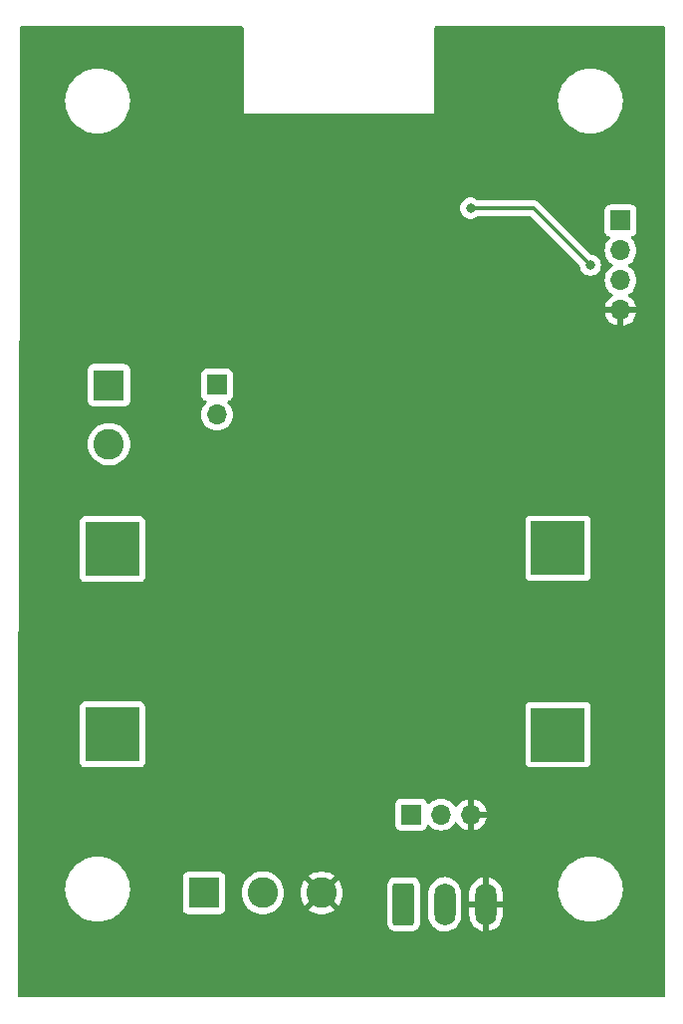
<source format=gbl>
%TF.GenerationSoftware,KiCad,Pcbnew,7.0.7*%
%TF.CreationDate,2023-11-07T14:59:35-07:00*%
%TF.ProjectId,RatGDO-OpenSource-Bare-ESP8266,52617447-444f-42d4-9f70-656e536f7572,rev?*%
%TF.SameCoordinates,Original*%
%TF.FileFunction,Copper,L2,Bot*%
%TF.FilePolarity,Positive*%
%FSLAX46Y46*%
G04 Gerber Fmt 4.6, Leading zero omitted, Abs format (unit mm)*
G04 Created by KiCad (PCBNEW 7.0.7) date 2023-11-07 14:59:35*
%MOMM*%
%LPD*%
G01*
G04 APERTURE LIST*
G04 Aperture macros list*
%AMRoundRect*
0 Rectangle with rounded corners*
0 $1 Rounding radius*
0 $2 $3 $4 $5 $6 $7 $8 $9 X,Y pos of 4 corners*
0 Add a 4 corners polygon primitive as box body*
4,1,4,$2,$3,$4,$5,$6,$7,$8,$9,$2,$3,0*
0 Add four circle primitives for the rounded corners*
1,1,$1+$1,$2,$3*
1,1,$1+$1,$4,$5*
1,1,$1+$1,$6,$7*
1,1,$1+$1,$8,$9*
0 Add four rect primitives between the rounded corners*
20,1,$1+$1,$2,$3,$4,$5,0*
20,1,$1+$1,$4,$5,$6,$7,0*
20,1,$1+$1,$6,$7,$8,$9,0*
20,1,$1+$1,$8,$9,$2,$3,0*%
G04 Aperture macros list end*
%TA.AperFunction,ComponentPad*%
%ADD10R,1.700000X1.700000*%
%TD*%
%TA.AperFunction,ComponentPad*%
%ADD11O,1.700000X1.700000*%
%TD*%
%TA.AperFunction,ComponentPad*%
%ADD12R,4.572000X4.572000*%
%TD*%
%TA.AperFunction,ComponentPad*%
%ADD13C,2.600000*%
%TD*%
%TA.AperFunction,ComponentPad*%
%ADD14R,2.600000X2.600000*%
%TD*%
%TA.AperFunction,ComponentPad*%
%ADD15O,1.800000X3.600000*%
%TD*%
%TA.AperFunction,ComponentPad*%
%ADD16RoundRect,0.250000X-0.650000X-1.550000X0.650000X-1.550000X0.650000X1.550000X-0.650000X1.550000X0*%
%TD*%
%TA.AperFunction,ViaPad*%
%ADD17C,0.800000*%
%TD*%
%TA.AperFunction,Conductor*%
%ADD18C,0.350000*%
%TD*%
G04 APERTURE END LIST*
D10*
%TO.P,J6,1,Pin_1*%
%TO.N,+3.3V*%
X130810000Y-87630000D03*
D11*
%TO.P,J6,2,Pin_2*%
%TO.N,Net-(J5-+3.3V)*%
X130810000Y-90170000D03*
%TD*%
D12*
%TO.P,U2,4,-OUT*%
%TO.N,Net-(J5-+3.3V)*%
X159802372Y-117369206D03*
%TO.P,U2,3,+OUT*%
X159802372Y-101531072D03*
%TO.P,U2,2,-IN*%
%TO.N,+12V*%
X121920000Y-117348000D03*
%TO.P,U2,1,+IN*%
X121920000Y-101600000D03*
%TD*%
D13*
%TO.P,J5,2,+3.3V*%
%TO.N,Net-(J5-+3.3V)*%
X121615000Y-92670000D03*
D14*
%TO.P,J5,1,+12V*%
%TO.N,+12V*%
X121615000Y-87670000D03*
%TD*%
D10*
%TO.P,J4,1,Pin_1*%
%TO.N,Net-(J4-Pin_1)*%
X165125000Y-73670000D03*
D11*
%TO.P,J4,2,Pin_2*%
%TO.N,Net-(J4-Pin_2)*%
X165125000Y-76210000D03*
%TO.P,J4,3,Pin_3*%
%TO.N,Net-(J4-Pin_3)*%
X165125000Y-78750000D03*
%TO.P,J4,4,Pin_4*%
%TO.N,GND*%
X165125000Y-81290000D03*
%TD*%
%TO.P,J3,3,Pin_3*%
%TO.N,GND*%
X152400000Y-124155000D03*
%TO.P,J3,2,Pin_2*%
%TO.N,Net-(J1-RED{slash}CTRL)*%
X149860000Y-124155000D03*
D10*
%TO.P,J3,1,Pin_1*%
%TO.N,Net-(J1-BLK{slash}OBST)*%
X147320000Y-124155000D03*
%TD*%
D15*
%TO.P,J2,3,Pin_3*%
%TO.N,GND*%
X153670000Y-131775000D03*
%TO.P,J2,2,Pin_2*%
%TO.N,Net-(J1-RED{slash}CTRL)*%
X150170000Y-131775000D03*
D16*
%TO.P,J2,1,Pin_1*%
%TO.N,Net-(J1-BLK{slash}OBST)*%
X146670000Y-131775000D03*
%TD*%
D13*
%TO.P,J1,3,WHT/GND*%
%TO.N,GND*%
X139700000Y-130810000D03*
%TO.P,J1,2,RED/CTRL*%
%TO.N,Net-(J1-RED{slash}CTRL)*%
X134700000Y-130810000D03*
D14*
%TO.P,J1,1,BLK/OBST*%
%TO.N,Net-(J1-BLK{slash}OBST)*%
X129700000Y-130810000D03*
%TD*%
D17*
%TO.N,GND*%
X153641871Y-71148129D03*
X129540000Y-81280000D03*
X151130000Y-80010000D03*
%TO.N,Net-(J4-Pin_3)*%
X152377435Y-72613392D03*
X162560000Y-77470000D03*
%TO.N,GND*%
X165100000Y-97790000D03*
%TD*%
D18*
%TO.N,Net-(J4-Pin_3)*%
X152377435Y-72613392D02*
X157703392Y-72613392D01*
X157703392Y-72613392D02*
X162560000Y-77470000D01*
%TD*%
%TA.AperFunction,Conductor*%
%TO.N,GND*%
G36*
X133000198Y-57170185D02*
G01*
X133045953Y-57222989D01*
X133057159Y-57274500D01*
X133057159Y-64588892D01*
X149297159Y-64588892D01*
X149297159Y-63500000D01*
X159804473Y-63500000D01*
X159824563Y-63832136D01*
X159824563Y-63832141D01*
X159824564Y-63832142D01*
X159884544Y-64159441D01*
X159884545Y-64159445D01*
X159884546Y-64159449D01*
X159983530Y-64477104D01*
X159983534Y-64477116D01*
X159983537Y-64477123D01*
X160120102Y-64780557D01*
X160292246Y-65065318D01*
X160292251Y-65065326D01*
X160497460Y-65327255D01*
X160732744Y-65562539D01*
X160994673Y-65767748D01*
X160994678Y-65767751D01*
X160994682Y-65767754D01*
X161279443Y-65939898D01*
X161582877Y-66076463D01*
X161582890Y-66076467D01*
X161582895Y-66076469D01*
X161794665Y-66142458D01*
X161900559Y-66175456D01*
X162227858Y-66235436D01*
X162405740Y-66246196D01*
X162476892Y-66250500D01*
X162476894Y-66250500D01*
X162643108Y-66250500D01*
X162705364Y-66246734D01*
X162892142Y-66235436D01*
X163219441Y-66175456D01*
X163537123Y-66076463D01*
X163840557Y-65939898D01*
X164125318Y-65767754D01*
X164387252Y-65562542D01*
X164622542Y-65327252D01*
X164827754Y-65065318D01*
X164999898Y-64780557D01*
X165136463Y-64477123D01*
X165235456Y-64159441D01*
X165295436Y-63832142D01*
X165315527Y-63500000D01*
X165295436Y-63167858D01*
X165235456Y-62840559D01*
X165136463Y-62522877D01*
X164999898Y-62219443D01*
X164827754Y-61934682D01*
X164827751Y-61934678D01*
X164827748Y-61934673D01*
X164622539Y-61672744D01*
X164387255Y-61437460D01*
X164125326Y-61232251D01*
X164125318Y-61232246D01*
X163840557Y-61060102D01*
X163537123Y-60923537D01*
X163537116Y-60923534D01*
X163537104Y-60923530D01*
X163219449Y-60824546D01*
X163219445Y-60824545D01*
X163219441Y-60824544D01*
X162892142Y-60764564D01*
X162892141Y-60764563D01*
X162892136Y-60764563D01*
X162643108Y-60749500D01*
X162643106Y-60749500D01*
X162476894Y-60749500D01*
X162476892Y-60749500D01*
X162227863Y-60764563D01*
X162227857Y-60764564D01*
X162227858Y-60764564D01*
X161900559Y-60824544D01*
X161900556Y-60824544D01*
X161900550Y-60824546D01*
X161582895Y-60923530D01*
X161582879Y-60923536D01*
X161582877Y-60923537D01*
X161389656Y-61010498D01*
X161279447Y-61060100D01*
X161279445Y-61060101D01*
X160994673Y-61232251D01*
X160732744Y-61437460D01*
X160497460Y-61672744D01*
X160292251Y-61934673D01*
X160120101Y-62219445D01*
X160120100Y-62219447D01*
X159983536Y-62522880D01*
X159983530Y-62522895D01*
X159884546Y-62840550D01*
X159824563Y-63167863D01*
X159804473Y-63500000D01*
X149297159Y-63500000D01*
X149297159Y-57274500D01*
X149316844Y-57207461D01*
X149369648Y-57161706D01*
X149421159Y-57150500D01*
X168785500Y-57150500D01*
X168852539Y-57170185D01*
X168898294Y-57222989D01*
X168909500Y-57274500D01*
X168909500Y-139576029D01*
X168889815Y-139643068D01*
X168837011Y-139688823D01*
X168785529Y-139700029D01*
X114034528Y-139712978D01*
X113967484Y-139693309D01*
X113921717Y-139640516D01*
X113910500Y-139588982D01*
X113910500Y-133375001D01*
X145269500Y-133375001D01*
X145269501Y-133375018D01*
X145280000Y-133477796D01*
X145280001Y-133477799D01*
X145335185Y-133644331D01*
X145335186Y-133644334D01*
X145427288Y-133793656D01*
X145551344Y-133917712D01*
X145700666Y-134009814D01*
X145867203Y-134064999D01*
X145969991Y-134075500D01*
X147370008Y-134075499D01*
X147472797Y-134064999D01*
X147639334Y-134009814D01*
X147788656Y-133917712D01*
X147912712Y-133793656D01*
X148004814Y-133644334D01*
X148059999Y-133477797D01*
X148070500Y-133375009D01*
X148070500Y-132734502D01*
X148769500Y-132734502D01*
X148784652Y-132912536D01*
X148844724Y-133143248D01*
X148942919Y-133360480D01*
X148942924Y-133360488D01*
X149076413Y-133557993D01*
X149076418Y-133557998D01*
X149076421Y-133558003D01*
X149241379Y-133730118D01*
X149433053Y-133871879D01*
X149645926Y-133979207D01*
X149873877Y-134049016D01*
X150110346Y-134079298D01*
X150348532Y-134069180D01*
X150581581Y-134018954D01*
X150802790Y-133930064D01*
X151005795Y-133805069D01*
X151184755Y-133647564D01*
X151334523Y-133462080D01*
X151450790Y-133253954D01*
X151530211Y-133029171D01*
X151550224Y-132912453D01*
X151570499Y-132794209D01*
X151570500Y-132794198D01*
X151570500Y-132734478D01*
X152270000Y-132734478D01*
X152285147Y-132912450D01*
X152285148Y-132912453D01*
X152345197Y-133143078D01*
X152443360Y-133360241D01*
X152443362Y-133360244D01*
X152576812Y-133557688D01*
X152576814Y-133557690D01*
X152741706Y-133729736D01*
X152933316Y-133871450D01*
X153146115Y-133978741D01*
X153373987Y-134048526D01*
X153373985Y-134048526D01*
X153420000Y-134054418D01*
X153420000Y-132488658D01*
X153439685Y-132421619D01*
X153492489Y-132375864D01*
X153560184Y-132365719D01*
X153630677Y-132375000D01*
X153630684Y-132375000D01*
X153709316Y-132375000D01*
X153709323Y-132375000D01*
X153779815Y-132365719D01*
X153848849Y-132376484D01*
X153901105Y-132422864D01*
X153920000Y-132488658D01*
X153920000Y-134053264D01*
X154081434Y-134018473D01*
X154302562Y-133929616D01*
X154505494Y-133804666D01*
X154684389Y-133647219D01*
X154684396Y-133647213D01*
X154834102Y-133461805D01*
X154834109Y-133461795D01*
X154950331Y-133253751D01*
X155029722Y-133029052D01*
X155029726Y-133029038D01*
X155069999Y-132794167D01*
X155070000Y-132794156D01*
X155070000Y-132025000D01*
X154383658Y-132025000D01*
X154316619Y-132005315D01*
X154270864Y-131952511D01*
X154260719Y-131884816D01*
X154275177Y-131775000D01*
X154260719Y-131665183D01*
X154271484Y-131596151D01*
X154317864Y-131543895D01*
X154383658Y-131525000D01*
X155070000Y-131525000D01*
X155070000Y-130815522D01*
X155054852Y-130637549D01*
X155054851Y-130637546D01*
X155020339Y-130505000D01*
X159804473Y-130505000D01*
X159824563Y-130837136D01*
X159824563Y-130837141D01*
X159824564Y-130837142D01*
X159884544Y-131164441D01*
X159884545Y-131164445D01*
X159884546Y-131164449D01*
X159983530Y-131482104D01*
X159983534Y-131482116D01*
X159983537Y-131482123D01*
X160120102Y-131785557D01*
X160272763Y-132038089D01*
X160292251Y-132070326D01*
X160497460Y-132332255D01*
X160732744Y-132567539D01*
X160994673Y-132772748D01*
X160994678Y-132772751D01*
X160994682Y-132772754D01*
X161279443Y-132944898D01*
X161582877Y-133081463D01*
X161582890Y-133081467D01*
X161582895Y-133081469D01*
X161780608Y-133143078D01*
X161900559Y-133180456D01*
X162227858Y-133240436D01*
X162405740Y-133251196D01*
X162476892Y-133255500D01*
X162476894Y-133255500D01*
X162643108Y-133255500D01*
X162705365Y-133251734D01*
X162892142Y-133240436D01*
X163219441Y-133180456D01*
X163537123Y-133081463D01*
X163840557Y-132944898D01*
X164125318Y-132772754D01*
X164174150Y-132734497D01*
X164332421Y-132610499D01*
X164387252Y-132567542D01*
X164622542Y-132332252D01*
X164822058Y-132077589D01*
X164827748Y-132070326D01*
X164827748Y-132070324D01*
X164827754Y-132070318D01*
X164999898Y-131785557D01*
X165136463Y-131482123D01*
X165235456Y-131164441D01*
X165295436Y-130837142D01*
X165315527Y-130505000D01*
X165295436Y-130172858D01*
X165235456Y-129845559D01*
X165153302Y-129581915D01*
X165136469Y-129527895D01*
X165136467Y-129527890D01*
X165136463Y-129527877D01*
X164999898Y-129224443D01*
X164827754Y-128939682D01*
X164827751Y-128939678D01*
X164827748Y-128939673D01*
X164622539Y-128677744D01*
X164387255Y-128442460D01*
X164125326Y-128237251D01*
X164125318Y-128237246D01*
X163840557Y-128065102D01*
X163537123Y-127928537D01*
X163537116Y-127928534D01*
X163537104Y-127928530D01*
X163219449Y-127829546D01*
X163219445Y-127829545D01*
X163219441Y-127829544D01*
X162892142Y-127769564D01*
X162892141Y-127769563D01*
X162892136Y-127769563D01*
X162643108Y-127754500D01*
X162643106Y-127754500D01*
X162476894Y-127754500D01*
X162476892Y-127754500D01*
X162227863Y-127769563D01*
X162227857Y-127769564D01*
X162227858Y-127769564D01*
X161900559Y-127829544D01*
X161900556Y-127829544D01*
X161900550Y-127829546D01*
X161582895Y-127928530D01*
X161582879Y-127928536D01*
X161582877Y-127928537D01*
X161389656Y-128015498D01*
X161279447Y-128065100D01*
X161279445Y-128065101D01*
X160994673Y-128237251D01*
X160732744Y-128442460D01*
X160497460Y-128677744D01*
X160292251Y-128939673D01*
X160120101Y-129224445D01*
X160120100Y-129224447D01*
X160070498Y-129334656D01*
X159997554Y-129496734D01*
X159983536Y-129527880D01*
X159983530Y-129527895D01*
X159884546Y-129845550D01*
X159884544Y-129845556D01*
X159884544Y-129845559D01*
X159839838Y-130089513D01*
X159824563Y-130172863D01*
X159804473Y-130505000D01*
X155020339Y-130505000D01*
X154994802Y-130406921D01*
X154896639Y-130189758D01*
X154896637Y-130189755D01*
X154763187Y-129992311D01*
X154763185Y-129992309D01*
X154598293Y-129820263D01*
X154406683Y-129678549D01*
X154193884Y-129571257D01*
X153966020Y-129501475D01*
X153919999Y-129495581D01*
X153920000Y-131061341D01*
X153900315Y-131128380D01*
X153847511Y-131174135D01*
X153779815Y-131184280D01*
X153709333Y-131175001D01*
X153709328Y-131175000D01*
X153709323Y-131175000D01*
X153630677Y-131175000D01*
X153630671Y-131175000D01*
X153630666Y-131175001D01*
X153560185Y-131184280D01*
X153491150Y-131173514D01*
X153438894Y-131127134D01*
X153420000Y-131061341D01*
X153420000Y-129496734D01*
X153419999Y-129496734D01*
X153258566Y-129531525D01*
X153037437Y-129620383D01*
X152834505Y-129745333D01*
X152655610Y-129902780D01*
X152655603Y-129902786D01*
X152505897Y-130088194D01*
X152505890Y-130088204D01*
X152389668Y-130296248D01*
X152310277Y-130520947D01*
X152310273Y-130520961D01*
X152270000Y-130755832D01*
X152270000Y-131525000D01*
X152956342Y-131525000D01*
X153023381Y-131544685D01*
X153069136Y-131597489D01*
X153079280Y-131665183D01*
X153064823Y-131775000D01*
X153079280Y-131884816D01*
X153068516Y-131953849D01*
X153022136Y-132006105D01*
X152956342Y-132025000D01*
X152270000Y-132025000D01*
X152270000Y-132734478D01*
X151570500Y-132734478D01*
X151570500Y-130815498D01*
X151555347Y-130637463D01*
X151495275Y-130406751D01*
X151397080Y-130189519D01*
X151397075Y-130189511D01*
X151263586Y-129992006D01*
X151263582Y-129992001D01*
X151263579Y-129991997D01*
X151098621Y-129819882D01*
X151062517Y-129793180D01*
X150997824Y-129745333D01*
X150906947Y-129678121D01*
X150694074Y-129570793D01*
X150553948Y-129527880D01*
X150466121Y-129500983D01*
X150229647Y-129470701D01*
X149991471Y-129480819D01*
X149991467Y-129480819D01*
X149758419Y-129531045D01*
X149537211Y-129619935D01*
X149334203Y-129744932D01*
X149155245Y-129902435D01*
X149082676Y-129992311D01*
X149005477Y-130087920D01*
X149002521Y-130093212D01*
X148889210Y-130296044D01*
X148809788Y-130520829D01*
X148769500Y-130755790D01*
X148769500Y-132734502D01*
X148070500Y-132734502D01*
X148070499Y-130174992D01*
X148061632Y-130088194D01*
X148059999Y-130072203D01*
X148059998Y-130072200D01*
X148044960Y-130026818D01*
X148004814Y-129905666D01*
X147912712Y-129756344D01*
X147788656Y-129632288D01*
X147639334Y-129540186D01*
X147472797Y-129485001D01*
X147472795Y-129485000D01*
X147370010Y-129474500D01*
X145969998Y-129474500D01*
X145969981Y-129474501D01*
X145867203Y-129485000D01*
X145867200Y-129485001D01*
X145700668Y-129540185D01*
X145700663Y-129540187D01*
X145551342Y-129632289D01*
X145427289Y-129756342D01*
X145335187Y-129905663D01*
X145335185Y-129905666D01*
X145335186Y-129905666D01*
X145280001Y-130072203D01*
X145280001Y-130072204D01*
X145280000Y-130072204D01*
X145269500Y-130174983D01*
X145269500Y-133375001D01*
X113910500Y-133375001D01*
X113910500Y-130505000D01*
X117894473Y-130505000D01*
X117914563Y-130837136D01*
X117914563Y-130837141D01*
X117914564Y-130837142D01*
X117974544Y-131164441D01*
X117974545Y-131164445D01*
X117974546Y-131164449D01*
X118073530Y-131482104D01*
X118073534Y-131482116D01*
X118073537Y-131482123D01*
X118210102Y-131785557D01*
X118362763Y-132038089D01*
X118382251Y-132070326D01*
X118587460Y-132332255D01*
X118822744Y-132567539D01*
X119084673Y-132772748D01*
X119084678Y-132772751D01*
X119084682Y-132772754D01*
X119369443Y-132944898D01*
X119672877Y-133081463D01*
X119672890Y-133081467D01*
X119672895Y-133081469D01*
X119870608Y-133143078D01*
X119990559Y-133180456D01*
X120317858Y-133240436D01*
X120495740Y-133251196D01*
X120566892Y-133255500D01*
X120566894Y-133255500D01*
X120733108Y-133255500D01*
X120795364Y-133251734D01*
X120982142Y-133240436D01*
X121309441Y-133180456D01*
X121627123Y-133081463D01*
X121930557Y-132944898D01*
X122215318Y-132772754D01*
X122264150Y-132734497D01*
X122422421Y-132610499D01*
X122477252Y-132567542D01*
X122712542Y-132332252D01*
X122849162Y-132157870D01*
X127899500Y-132157870D01*
X127899501Y-132157876D01*
X127905908Y-132217483D01*
X127956202Y-132352328D01*
X127956206Y-132352335D01*
X128042452Y-132467544D01*
X128042455Y-132467547D01*
X128157664Y-132553793D01*
X128157671Y-132553797D01*
X128292517Y-132604091D01*
X128292516Y-132604091D01*
X128299444Y-132604835D01*
X128352127Y-132610500D01*
X131047872Y-132610499D01*
X131107483Y-132604091D01*
X131242331Y-132553796D01*
X131357546Y-132467546D01*
X131443796Y-132352331D01*
X131494091Y-132217483D01*
X131500500Y-132157873D01*
X131500500Y-130810004D01*
X132894451Y-130810004D01*
X132914616Y-131079101D01*
X132974664Y-131342188D01*
X132974666Y-131342195D01*
X133025772Y-131472411D01*
X133073257Y-131593398D01*
X133208185Y-131827102D01*
X133308196Y-131952511D01*
X133376442Y-132038089D01*
X133554094Y-132202925D01*
X133574259Y-132221635D01*
X133797226Y-132373651D01*
X134040359Y-132490738D01*
X134298228Y-132570280D01*
X134298229Y-132570280D01*
X134298232Y-132570281D01*
X134565063Y-132610499D01*
X134565068Y-132610499D01*
X134565071Y-132610500D01*
X134565072Y-132610500D01*
X134834928Y-132610500D01*
X134834929Y-132610500D01*
X134834936Y-132610499D01*
X135101767Y-132570281D01*
X135101768Y-132570280D01*
X135101772Y-132570280D01*
X135359641Y-132490738D01*
X135602775Y-132373651D01*
X135825741Y-132221635D01*
X135980987Y-132077588D01*
X136023557Y-132038089D01*
X136023557Y-132038087D01*
X136023561Y-132038085D01*
X136191815Y-131827102D01*
X136326743Y-131593398D01*
X136425334Y-131342195D01*
X136485383Y-131079103D01*
X136503515Y-130837142D01*
X136505549Y-130810004D01*
X137894953Y-130810004D01*
X137915113Y-131079026D01*
X137915113Y-131079028D01*
X137975142Y-131342033D01*
X137975148Y-131342052D01*
X138073709Y-131593181D01*
X138073708Y-131593181D01*
X138208602Y-131826822D01*
X138262294Y-131894151D01*
X138982331Y-131174114D01*
X139043654Y-131140629D01*
X139113345Y-131145613D01*
X139169279Y-131187485D01*
X139174707Y-131195350D01*
X139195187Y-131227620D01*
X139195188Y-131227621D01*
X139314904Y-131340041D01*
X139318266Y-131342484D01*
X139320264Y-131345074D01*
X139320590Y-131345381D01*
X139320540Y-131345433D01*
X139360934Y-131397812D01*
X139366915Y-131467425D01*
X139334311Y-131529221D01*
X139333065Y-131530485D01*
X138614848Y-132248702D01*
X138797483Y-132373220D01*
X138797485Y-132373221D01*
X139040539Y-132490269D01*
X139040537Y-132490269D01*
X139298337Y-132569790D01*
X139298343Y-132569792D01*
X139565101Y-132609999D01*
X139565110Y-132610000D01*
X139834890Y-132610000D01*
X139834898Y-132609999D01*
X140101656Y-132569792D01*
X140101662Y-132569790D01*
X140359461Y-132490269D01*
X140602521Y-132373218D01*
X140785150Y-132248702D01*
X140063234Y-131526787D01*
X140029749Y-131465464D01*
X140034733Y-131395773D01*
X140076605Y-131339839D01*
X140077953Y-131338844D01*
X140148492Y-131287595D01*
X140234871Y-131183180D01*
X140292768Y-131144074D01*
X140362620Y-131142478D01*
X140418094Y-131174541D01*
X141137703Y-131894151D01*
X141137704Y-131894150D01*
X141191393Y-131826828D01*
X141191400Y-131826817D01*
X141326290Y-131593181D01*
X141424851Y-131342052D01*
X141424857Y-131342033D01*
X141484886Y-131079028D01*
X141484886Y-131079026D01*
X141505047Y-130810004D01*
X141505047Y-130809995D01*
X141484886Y-130540973D01*
X141484886Y-130540971D01*
X141424857Y-130277966D01*
X141424851Y-130277947D01*
X141326290Y-130026818D01*
X141326291Y-130026818D01*
X141191397Y-129793177D01*
X141137704Y-129725847D01*
X140417667Y-130445884D01*
X140356344Y-130479369D01*
X140286652Y-130474385D01*
X140230719Y-130432513D01*
X140225290Y-130424646D01*
X140213933Y-130406751D01*
X140204814Y-130392381D01*
X140140942Y-130332402D01*
X140085097Y-130279960D01*
X140081732Y-130277515D01*
X140079731Y-130274920D01*
X140079410Y-130274619D01*
X140079458Y-130274567D01*
X140039064Y-130222187D01*
X140033082Y-130152574D01*
X140065685Y-130090778D01*
X140066932Y-130089513D01*
X140785150Y-129371296D01*
X140602517Y-129246779D01*
X140602516Y-129246778D01*
X140359460Y-129129730D01*
X140359462Y-129129730D01*
X140101662Y-129050209D01*
X140101656Y-129050207D01*
X139834898Y-129010000D01*
X139565101Y-129010000D01*
X139298343Y-129050207D01*
X139298337Y-129050209D01*
X139040538Y-129129730D01*
X138797485Y-129246778D01*
X138797476Y-129246783D01*
X138614848Y-129371296D01*
X139336765Y-130093212D01*
X139370250Y-130154535D01*
X139365266Y-130224226D01*
X139323394Y-130280160D01*
X139321970Y-130281210D01*
X139251510Y-130332402D01*
X139251508Y-130332405D01*
X139165130Y-130436818D01*
X139107230Y-130475925D01*
X139037378Y-130477521D01*
X138981905Y-130445458D01*
X138262295Y-129725848D01*
X138208600Y-129793180D01*
X138073709Y-130026818D01*
X137975148Y-130277947D01*
X137975142Y-130277966D01*
X137915113Y-130540971D01*
X137915113Y-130540973D01*
X137894953Y-130809995D01*
X137894953Y-130810004D01*
X136505549Y-130810004D01*
X136505549Y-130809995D01*
X136485389Y-130540973D01*
X136485383Y-130540897D01*
X136425334Y-130277805D01*
X136326743Y-130026602D01*
X136191815Y-129792898D01*
X136023561Y-129581915D01*
X136023560Y-129581914D01*
X136023557Y-129581910D01*
X135825741Y-129398365D01*
X135786038Y-129371296D01*
X135602775Y-129246349D01*
X135602769Y-129246346D01*
X135602768Y-129246345D01*
X135602767Y-129246344D01*
X135359643Y-129129263D01*
X135359645Y-129129263D01*
X135101773Y-129049720D01*
X135101767Y-129049718D01*
X134834936Y-129009500D01*
X134834929Y-129009500D01*
X134565071Y-129009500D01*
X134565063Y-129009500D01*
X134298232Y-129049718D01*
X134298226Y-129049720D01*
X134040358Y-129129262D01*
X133797230Y-129246346D01*
X133574258Y-129398365D01*
X133376442Y-129581910D01*
X133208185Y-129792898D01*
X133073258Y-130026599D01*
X133073256Y-130026603D01*
X132974666Y-130277804D01*
X132974664Y-130277811D01*
X132914616Y-130540898D01*
X132894451Y-130809995D01*
X132894451Y-130810004D01*
X131500500Y-130810004D01*
X131500499Y-129462128D01*
X131494091Y-129402517D01*
X131492542Y-129398365D01*
X131443797Y-129267671D01*
X131443793Y-129267664D01*
X131357547Y-129152455D01*
X131357544Y-129152452D01*
X131242335Y-129066206D01*
X131242328Y-129066202D01*
X131107482Y-129015908D01*
X131107483Y-129015908D01*
X131047883Y-129009501D01*
X131047881Y-129009500D01*
X131047873Y-129009500D01*
X131047864Y-129009500D01*
X128352129Y-129009500D01*
X128352123Y-129009501D01*
X128292516Y-129015908D01*
X128157671Y-129066202D01*
X128157664Y-129066206D01*
X128042455Y-129152452D01*
X128042452Y-129152455D01*
X127956206Y-129267664D01*
X127956202Y-129267671D01*
X127905908Y-129402517D01*
X127899501Y-129462116D01*
X127899501Y-129462123D01*
X127899500Y-129462135D01*
X127899500Y-132157870D01*
X122849162Y-132157870D01*
X122912058Y-132077589D01*
X122917748Y-132070326D01*
X122917748Y-132070324D01*
X122917754Y-132070318D01*
X123089898Y-131785557D01*
X123226463Y-131482123D01*
X123325456Y-131164441D01*
X123385436Y-130837142D01*
X123405527Y-130505000D01*
X123385436Y-130172858D01*
X123325456Y-129845559D01*
X123243302Y-129581915D01*
X123226469Y-129527895D01*
X123226467Y-129527890D01*
X123226463Y-129527877D01*
X123089898Y-129224443D01*
X122917754Y-128939682D01*
X122917751Y-128939678D01*
X122917748Y-128939673D01*
X122712539Y-128677744D01*
X122477255Y-128442460D01*
X122215326Y-128237251D01*
X122215318Y-128237246D01*
X121930557Y-128065102D01*
X121627123Y-127928537D01*
X121627116Y-127928534D01*
X121627104Y-127928530D01*
X121309449Y-127829546D01*
X121309445Y-127829545D01*
X121309441Y-127829544D01*
X120982142Y-127769564D01*
X120982141Y-127769563D01*
X120982136Y-127769563D01*
X120733108Y-127754500D01*
X120733106Y-127754500D01*
X120566894Y-127754500D01*
X120566892Y-127754500D01*
X120317863Y-127769563D01*
X120317857Y-127769564D01*
X120317858Y-127769564D01*
X119990559Y-127829544D01*
X119990556Y-127829544D01*
X119990550Y-127829546D01*
X119672895Y-127928530D01*
X119672879Y-127928536D01*
X119672877Y-127928537D01*
X119479656Y-128015498D01*
X119369447Y-128065100D01*
X119369445Y-128065101D01*
X119084673Y-128237251D01*
X118822744Y-128442460D01*
X118587460Y-128677744D01*
X118382251Y-128939673D01*
X118210101Y-129224445D01*
X118210100Y-129224447D01*
X118160498Y-129334656D01*
X118087554Y-129496734D01*
X118073536Y-129527880D01*
X118073530Y-129527895D01*
X117974546Y-129845550D01*
X117974544Y-129845556D01*
X117974544Y-129845559D01*
X117929838Y-130089513D01*
X117914563Y-130172863D01*
X117894473Y-130505000D01*
X113910500Y-130505000D01*
X113910500Y-125052870D01*
X145969500Y-125052870D01*
X145969501Y-125052876D01*
X145975908Y-125112483D01*
X146026202Y-125247328D01*
X146026206Y-125247335D01*
X146112452Y-125362544D01*
X146112455Y-125362547D01*
X146227664Y-125448793D01*
X146227671Y-125448797D01*
X146362517Y-125499091D01*
X146362516Y-125499091D01*
X146369444Y-125499835D01*
X146422127Y-125505500D01*
X148217872Y-125505499D01*
X148277483Y-125499091D01*
X148412331Y-125448796D01*
X148527546Y-125362546D01*
X148613796Y-125247331D01*
X148662810Y-125115916D01*
X148704681Y-125059984D01*
X148770145Y-125035566D01*
X148838418Y-125050417D01*
X148866673Y-125071568D01*
X148988599Y-125193495D01*
X149085384Y-125261264D01*
X149182165Y-125329032D01*
X149182167Y-125329033D01*
X149182170Y-125329035D01*
X149396337Y-125428903D01*
X149624592Y-125490063D01*
X149801034Y-125505500D01*
X149859999Y-125510659D01*
X149860000Y-125510659D01*
X149860001Y-125510659D01*
X149918966Y-125505500D01*
X150095408Y-125490063D01*
X150323663Y-125428903D01*
X150537830Y-125329035D01*
X150731401Y-125193495D01*
X150898495Y-125026401D01*
X151028730Y-124840405D01*
X151083307Y-124796781D01*
X151152805Y-124789587D01*
X151215160Y-124821110D01*
X151231879Y-124840405D01*
X151361890Y-125026078D01*
X151528917Y-125193105D01*
X151722421Y-125328600D01*
X151936507Y-125428429D01*
X151936516Y-125428433D01*
X152150000Y-125485634D01*
X152150000Y-124767301D01*
X152169685Y-124700262D01*
X152222489Y-124654507D01*
X152291647Y-124644563D01*
X152364237Y-124655000D01*
X152364238Y-124655000D01*
X152435762Y-124655000D01*
X152435763Y-124655000D01*
X152508353Y-124644563D01*
X152577512Y-124654507D01*
X152630315Y-124700262D01*
X152650000Y-124767301D01*
X152650000Y-125485633D01*
X152863483Y-125428433D01*
X152863492Y-125428429D01*
X153077578Y-125328600D01*
X153271082Y-125193105D01*
X153438105Y-125026082D01*
X153573600Y-124832578D01*
X153673429Y-124618492D01*
X153673432Y-124618486D01*
X153730636Y-124405000D01*
X153013347Y-124405000D01*
X152946308Y-124385315D01*
X152900553Y-124332511D01*
X152890609Y-124263353D01*
X152894369Y-124246067D01*
X152900000Y-124226888D01*
X152900000Y-124083111D01*
X152894369Y-124063933D01*
X152894370Y-123994064D01*
X152932145Y-123935286D01*
X152995701Y-123906262D01*
X153013347Y-123905000D01*
X153730636Y-123905000D01*
X153730635Y-123904999D01*
X153673432Y-123691513D01*
X153673429Y-123691507D01*
X153573600Y-123477422D01*
X153573599Y-123477420D01*
X153438113Y-123283926D01*
X153438108Y-123283920D01*
X153271082Y-123116894D01*
X153077578Y-122981399D01*
X152863492Y-122881570D01*
X152863486Y-122881567D01*
X152650000Y-122824364D01*
X152650000Y-123542698D01*
X152630315Y-123609737D01*
X152577511Y-123655492D01*
X152508355Y-123665436D01*
X152435766Y-123655000D01*
X152435763Y-123655000D01*
X152364237Y-123655000D01*
X152364233Y-123655000D01*
X152291645Y-123665436D01*
X152222487Y-123655492D01*
X152169684Y-123609736D01*
X152150000Y-123542698D01*
X152150000Y-122824364D01*
X152149999Y-122824364D01*
X151936513Y-122881567D01*
X151936507Y-122881570D01*
X151722422Y-122981399D01*
X151722420Y-122981400D01*
X151528926Y-123116886D01*
X151528920Y-123116891D01*
X151361891Y-123283920D01*
X151361890Y-123283922D01*
X151231880Y-123469595D01*
X151177303Y-123513219D01*
X151107804Y-123520412D01*
X151045450Y-123488890D01*
X151028730Y-123469594D01*
X150898494Y-123283597D01*
X150731402Y-123116506D01*
X150731395Y-123116501D01*
X150537834Y-122980967D01*
X150537830Y-122980965D01*
X150537830Y-122980964D01*
X150323663Y-122881097D01*
X150323659Y-122881096D01*
X150323655Y-122881094D01*
X150095413Y-122819938D01*
X150095403Y-122819936D01*
X149860001Y-122799341D01*
X149859999Y-122799341D01*
X149624596Y-122819936D01*
X149624586Y-122819938D01*
X149396344Y-122881094D01*
X149396335Y-122881098D01*
X149182171Y-122980964D01*
X149182169Y-122980965D01*
X148988600Y-123116503D01*
X148866673Y-123238430D01*
X148805350Y-123271914D01*
X148735658Y-123266930D01*
X148679725Y-123225058D01*
X148662810Y-123194081D01*
X148613797Y-123062671D01*
X148613793Y-123062664D01*
X148527547Y-122947455D01*
X148527544Y-122947452D01*
X148412335Y-122861206D01*
X148412328Y-122861202D01*
X148277482Y-122810908D01*
X148277483Y-122810908D01*
X148217883Y-122804501D01*
X148217881Y-122804500D01*
X148217873Y-122804500D01*
X148217864Y-122804500D01*
X146422129Y-122804500D01*
X146422123Y-122804501D01*
X146362516Y-122810908D01*
X146227671Y-122861202D01*
X146227664Y-122861206D01*
X146112455Y-122947452D01*
X146112452Y-122947455D01*
X146026206Y-123062664D01*
X146026202Y-123062671D01*
X145975908Y-123197517D01*
X145969501Y-123257116D01*
X145969500Y-123257135D01*
X145969500Y-125052870D01*
X113910500Y-125052870D01*
X113910500Y-119681870D01*
X119133500Y-119681870D01*
X119133501Y-119681876D01*
X119139908Y-119741483D01*
X119190202Y-119876328D01*
X119190206Y-119876335D01*
X119276452Y-119991544D01*
X119276455Y-119991547D01*
X119391664Y-120077793D01*
X119391671Y-120077797D01*
X119526517Y-120128091D01*
X119526516Y-120128091D01*
X119533444Y-120128835D01*
X119586127Y-120134500D01*
X124253872Y-120134499D01*
X124313483Y-120128091D01*
X124448331Y-120077796D01*
X124563546Y-119991546D01*
X124649796Y-119876331D01*
X124700091Y-119741483D01*
X124704220Y-119703076D01*
X157015872Y-119703076D01*
X157015873Y-119703082D01*
X157022280Y-119762689D01*
X157072574Y-119897534D01*
X157072578Y-119897541D01*
X157158824Y-120012750D01*
X157158827Y-120012753D01*
X157274036Y-120098999D01*
X157274043Y-120099003D01*
X157408889Y-120149297D01*
X157408888Y-120149297D01*
X157415816Y-120150041D01*
X157468499Y-120155706D01*
X162136244Y-120155705D01*
X162195855Y-120149297D01*
X162330703Y-120099002D01*
X162445918Y-120012752D01*
X162532168Y-119897537D01*
X162582463Y-119762689D01*
X162588872Y-119703079D01*
X162588871Y-115035334D01*
X162582463Y-114975723D01*
X162574553Y-114954516D01*
X162532169Y-114840877D01*
X162532165Y-114840870D01*
X162445919Y-114725661D01*
X162445916Y-114725658D01*
X162330707Y-114639412D01*
X162330700Y-114639408D01*
X162195854Y-114589114D01*
X162195855Y-114589114D01*
X162136255Y-114582707D01*
X162136253Y-114582706D01*
X162136245Y-114582706D01*
X162136236Y-114582706D01*
X157468501Y-114582706D01*
X157468495Y-114582707D01*
X157408888Y-114589114D01*
X157274043Y-114639408D01*
X157274036Y-114639412D01*
X157158827Y-114725658D01*
X157158824Y-114725661D01*
X157072578Y-114840870D01*
X157072574Y-114840877D01*
X157022280Y-114975723D01*
X157018151Y-115014135D01*
X157015873Y-115035329D01*
X157015872Y-115035341D01*
X157015872Y-119703076D01*
X124704220Y-119703076D01*
X124706500Y-119681873D01*
X124706499Y-115014128D01*
X124700091Y-114954517D01*
X124657705Y-114840875D01*
X124649797Y-114819671D01*
X124649793Y-114819664D01*
X124563547Y-114704455D01*
X124563544Y-114704452D01*
X124448335Y-114618206D01*
X124448328Y-114618202D01*
X124313482Y-114567908D01*
X124313483Y-114567908D01*
X124253883Y-114561501D01*
X124253881Y-114561500D01*
X124253873Y-114561500D01*
X124253864Y-114561500D01*
X119586129Y-114561500D01*
X119586123Y-114561501D01*
X119526516Y-114567908D01*
X119391671Y-114618202D01*
X119391664Y-114618206D01*
X119276455Y-114704452D01*
X119276452Y-114704455D01*
X119190206Y-114819664D01*
X119190202Y-114819671D01*
X119139908Y-114954517D01*
X119133501Y-115014116D01*
X119133501Y-115014123D01*
X119133500Y-115014135D01*
X119133500Y-119681870D01*
X113910500Y-119681870D01*
X113910500Y-113371911D01*
X113935657Y-103933870D01*
X119133500Y-103933870D01*
X119133501Y-103933876D01*
X119139908Y-103993483D01*
X119190202Y-104128328D01*
X119190206Y-104128335D01*
X119276452Y-104243544D01*
X119276455Y-104243547D01*
X119391664Y-104329793D01*
X119391671Y-104329797D01*
X119526517Y-104380091D01*
X119526516Y-104380091D01*
X119533444Y-104380835D01*
X119586127Y-104386500D01*
X124253872Y-104386499D01*
X124313483Y-104380091D01*
X124448331Y-104329796D01*
X124563546Y-104243546D01*
X124649796Y-104128331D01*
X124700091Y-103993483D01*
X124706500Y-103933873D01*
X124706500Y-103864942D01*
X157015872Y-103864942D01*
X157015873Y-103864948D01*
X157022280Y-103924555D01*
X157072574Y-104059400D01*
X157072578Y-104059407D01*
X157158824Y-104174616D01*
X157158827Y-104174619D01*
X157274036Y-104260865D01*
X157274043Y-104260869D01*
X157408889Y-104311163D01*
X157408888Y-104311163D01*
X157415816Y-104311907D01*
X157468499Y-104317572D01*
X162136244Y-104317571D01*
X162195855Y-104311163D01*
X162330703Y-104260868D01*
X162445918Y-104174618D01*
X162532168Y-104059403D01*
X162582463Y-103924555D01*
X162588872Y-103864945D01*
X162588871Y-99197200D01*
X162582463Y-99137589D01*
X162557877Y-99071671D01*
X162532169Y-99002743D01*
X162532165Y-99002736D01*
X162445919Y-98887527D01*
X162445916Y-98887524D01*
X162330707Y-98801278D01*
X162330700Y-98801274D01*
X162195854Y-98750980D01*
X162195855Y-98750980D01*
X162136255Y-98744573D01*
X162136253Y-98744572D01*
X162136245Y-98744572D01*
X162136236Y-98744572D01*
X157468501Y-98744572D01*
X157468495Y-98744573D01*
X157408888Y-98750980D01*
X157274043Y-98801274D01*
X157274036Y-98801278D01*
X157158827Y-98887524D01*
X157158824Y-98887527D01*
X157072578Y-99002736D01*
X157072574Y-99002743D01*
X157022280Y-99137589D01*
X157015873Y-99197188D01*
X157015873Y-99197195D01*
X157015872Y-99197207D01*
X157015872Y-103864942D01*
X124706500Y-103864942D01*
X124706499Y-99266128D01*
X124700091Y-99206517D01*
X124696616Y-99197201D01*
X124649797Y-99071671D01*
X124649793Y-99071664D01*
X124563547Y-98956455D01*
X124563544Y-98956452D01*
X124448335Y-98870206D01*
X124448328Y-98870202D01*
X124313482Y-98819908D01*
X124313483Y-98819908D01*
X124253883Y-98813501D01*
X124253881Y-98813500D01*
X124253873Y-98813500D01*
X124253864Y-98813500D01*
X119586129Y-98813500D01*
X119586123Y-98813501D01*
X119526516Y-98819908D01*
X119391671Y-98870202D01*
X119391664Y-98870206D01*
X119276455Y-98956452D01*
X119276452Y-98956455D01*
X119190206Y-99071664D01*
X119190202Y-99071671D01*
X119139908Y-99206517D01*
X119133501Y-99266116D01*
X119133501Y-99266123D01*
X119133500Y-99266135D01*
X119133500Y-103933870D01*
X113935657Y-103933870D01*
X113965681Y-92670004D01*
X119809451Y-92670004D01*
X119829616Y-92939101D01*
X119889664Y-93202188D01*
X119889666Y-93202195D01*
X119988257Y-93453398D01*
X120123185Y-93687102D01*
X120259080Y-93857509D01*
X120291442Y-93898089D01*
X120478183Y-94071358D01*
X120489259Y-94081635D01*
X120712226Y-94233651D01*
X120955359Y-94350738D01*
X121213228Y-94430280D01*
X121213229Y-94430280D01*
X121213232Y-94430281D01*
X121480063Y-94470499D01*
X121480068Y-94470499D01*
X121480071Y-94470500D01*
X121480072Y-94470500D01*
X121749928Y-94470500D01*
X121749929Y-94470500D01*
X121749936Y-94470499D01*
X122016767Y-94430281D01*
X122016768Y-94430280D01*
X122016772Y-94430280D01*
X122274641Y-94350738D01*
X122517775Y-94233651D01*
X122740741Y-94081635D01*
X122938561Y-93898085D01*
X123106815Y-93687102D01*
X123241743Y-93453398D01*
X123340334Y-93202195D01*
X123400383Y-92939103D01*
X123420549Y-92670000D01*
X123400383Y-92400897D01*
X123340334Y-92137805D01*
X123241743Y-91886602D01*
X123106815Y-91652898D01*
X122938561Y-91441915D01*
X122938560Y-91441914D01*
X122938557Y-91441910D01*
X122740741Y-91258365D01*
X122740741Y-91258364D01*
X122517775Y-91106349D01*
X122517769Y-91106346D01*
X122517768Y-91106345D01*
X122517767Y-91106344D01*
X122274643Y-90989263D01*
X122274645Y-90989263D01*
X122016773Y-90909720D01*
X122016767Y-90909718D01*
X121749936Y-90869500D01*
X121749929Y-90869500D01*
X121480071Y-90869500D01*
X121480063Y-90869500D01*
X121213232Y-90909718D01*
X121213226Y-90909720D01*
X120955358Y-90989262D01*
X120712230Y-91106346D01*
X120489258Y-91258365D01*
X120291442Y-91441910D01*
X120123185Y-91652898D01*
X119988258Y-91886599D01*
X119988256Y-91886603D01*
X119889666Y-92137804D01*
X119889664Y-92137811D01*
X119829616Y-92400898D01*
X119809451Y-92669995D01*
X119809451Y-92670004D01*
X113965681Y-92670004D01*
X113972345Y-90170000D01*
X129454341Y-90170000D01*
X129474936Y-90405403D01*
X129474938Y-90405413D01*
X129536094Y-90633655D01*
X129536096Y-90633659D01*
X129536097Y-90633663D01*
X129635964Y-90847830D01*
X129635965Y-90847830D01*
X129635967Y-90847834D01*
X129744281Y-91002521D01*
X129771505Y-91041401D01*
X129938599Y-91208495D01*
X130009821Y-91258365D01*
X130132165Y-91344032D01*
X130132167Y-91344033D01*
X130132170Y-91344035D01*
X130346337Y-91443903D01*
X130574592Y-91505063D01*
X130762918Y-91521539D01*
X130809999Y-91525659D01*
X130810000Y-91525659D01*
X130810001Y-91525659D01*
X130849234Y-91522226D01*
X131045408Y-91505063D01*
X131273663Y-91443903D01*
X131487830Y-91344035D01*
X131681401Y-91208495D01*
X131848495Y-91041401D01*
X131984035Y-90847830D01*
X132083903Y-90633663D01*
X132145063Y-90405408D01*
X132165659Y-90170000D01*
X132145063Y-89934592D01*
X132083903Y-89706337D01*
X131984035Y-89492171D01*
X131968860Y-89470499D01*
X131848496Y-89298600D01*
X131848495Y-89298599D01*
X131726567Y-89176671D01*
X131693084Y-89115351D01*
X131698068Y-89045659D01*
X131739939Y-88989725D01*
X131770915Y-88972810D01*
X131902331Y-88923796D01*
X132017546Y-88837546D01*
X132103796Y-88722331D01*
X132154091Y-88587483D01*
X132160500Y-88527873D01*
X132160499Y-86732128D01*
X132154091Y-86672517D01*
X132103796Y-86537669D01*
X132103795Y-86537668D01*
X132103793Y-86537664D01*
X132017547Y-86422455D01*
X132017544Y-86422452D01*
X131902335Y-86336206D01*
X131902328Y-86336202D01*
X131767482Y-86285908D01*
X131767483Y-86285908D01*
X131707883Y-86279501D01*
X131707881Y-86279500D01*
X131707873Y-86279500D01*
X131707864Y-86279500D01*
X129912129Y-86279500D01*
X129912123Y-86279501D01*
X129852516Y-86285908D01*
X129717671Y-86336202D01*
X129717664Y-86336206D01*
X129602455Y-86422452D01*
X129602452Y-86422455D01*
X129516206Y-86537664D01*
X129516202Y-86537671D01*
X129465908Y-86672517D01*
X129459501Y-86732116D01*
X129459501Y-86732123D01*
X129459500Y-86732135D01*
X129459500Y-88527870D01*
X129459501Y-88527876D01*
X129465908Y-88587483D01*
X129516202Y-88722328D01*
X129516206Y-88722335D01*
X129602452Y-88837544D01*
X129602455Y-88837547D01*
X129717664Y-88923793D01*
X129717671Y-88923797D01*
X129849081Y-88972810D01*
X129905015Y-89014681D01*
X129929432Y-89080145D01*
X129914580Y-89148418D01*
X129893430Y-89176673D01*
X129771503Y-89298600D01*
X129635965Y-89492169D01*
X129635964Y-89492171D01*
X129536098Y-89706335D01*
X129536094Y-89706344D01*
X129474938Y-89934586D01*
X129474936Y-89934596D01*
X129454341Y-90169999D01*
X129454341Y-90170000D01*
X113972345Y-90170000D01*
X113975416Y-89017870D01*
X119814500Y-89017870D01*
X119814501Y-89017876D01*
X119820908Y-89077483D01*
X119871202Y-89212328D01*
X119871206Y-89212335D01*
X119957452Y-89327544D01*
X119957455Y-89327547D01*
X120072664Y-89413793D01*
X120072671Y-89413797D01*
X120207517Y-89464091D01*
X120207516Y-89464091D01*
X120214444Y-89464835D01*
X120267127Y-89470500D01*
X122962872Y-89470499D01*
X123022483Y-89464091D01*
X123157331Y-89413796D01*
X123272546Y-89327546D01*
X123358796Y-89212331D01*
X123409091Y-89077483D01*
X123415500Y-89017873D01*
X123415499Y-86322128D01*
X123409091Y-86262517D01*
X123358796Y-86127669D01*
X123358795Y-86127668D01*
X123358793Y-86127664D01*
X123272547Y-86012455D01*
X123272544Y-86012452D01*
X123157335Y-85926206D01*
X123157328Y-85926202D01*
X123022482Y-85875908D01*
X123022483Y-85875908D01*
X122962883Y-85869501D01*
X122962881Y-85869500D01*
X122962873Y-85869500D01*
X122962864Y-85869500D01*
X120267129Y-85869500D01*
X120267123Y-85869501D01*
X120207516Y-85875908D01*
X120072671Y-85926202D01*
X120072664Y-85926206D01*
X119957455Y-86012452D01*
X119957452Y-86012455D01*
X119871206Y-86127664D01*
X119871202Y-86127671D01*
X119820908Y-86262517D01*
X119814501Y-86322116D01*
X119814501Y-86322123D01*
X119814500Y-86322135D01*
X119814500Y-89017870D01*
X113975416Y-89017870D01*
X114002785Y-78750000D01*
X163769341Y-78750000D01*
X163789936Y-78985403D01*
X163789938Y-78985413D01*
X163851094Y-79213655D01*
X163851096Y-79213659D01*
X163851097Y-79213663D01*
X163950965Y-79427830D01*
X163950967Y-79427834D01*
X164086501Y-79621395D01*
X164086506Y-79621402D01*
X164253597Y-79788493D01*
X164253603Y-79788498D01*
X164439594Y-79918730D01*
X164483219Y-79973307D01*
X164490413Y-80042805D01*
X164458890Y-80105160D01*
X164439595Y-80121880D01*
X164253922Y-80251890D01*
X164253920Y-80251891D01*
X164086891Y-80418920D01*
X164086886Y-80418926D01*
X163951400Y-80612420D01*
X163951399Y-80612422D01*
X163851570Y-80826507D01*
X163851567Y-80826513D01*
X163794364Y-81039999D01*
X163794364Y-81040000D01*
X164511653Y-81040000D01*
X164578692Y-81059685D01*
X164624447Y-81112489D01*
X164634391Y-81181647D01*
X164630631Y-81198933D01*
X164625000Y-81218111D01*
X164625000Y-81361888D01*
X164630631Y-81381067D01*
X164630630Y-81450936D01*
X164592855Y-81509714D01*
X164529299Y-81538738D01*
X164511653Y-81540000D01*
X163794364Y-81540000D01*
X163851567Y-81753486D01*
X163851570Y-81753492D01*
X163951399Y-81967578D01*
X164086894Y-82161082D01*
X164253917Y-82328105D01*
X164447421Y-82463600D01*
X164661507Y-82563429D01*
X164661516Y-82563433D01*
X164875000Y-82620634D01*
X164875000Y-81902301D01*
X164894685Y-81835262D01*
X164947489Y-81789507D01*
X165016647Y-81779563D01*
X165089237Y-81790000D01*
X165089238Y-81790000D01*
X165160762Y-81790000D01*
X165160763Y-81790000D01*
X165233353Y-81779563D01*
X165302512Y-81789507D01*
X165355315Y-81835262D01*
X165375000Y-81902301D01*
X165375000Y-82620633D01*
X165588483Y-82563433D01*
X165588492Y-82563429D01*
X165802578Y-82463600D01*
X165996082Y-82328105D01*
X166163105Y-82161082D01*
X166298600Y-81967578D01*
X166398429Y-81753492D01*
X166398432Y-81753486D01*
X166455636Y-81540000D01*
X165738347Y-81540000D01*
X165671308Y-81520315D01*
X165625553Y-81467511D01*
X165615609Y-81398353D01*
X165619369Y-81381067D01*
X165625000Y-81361888D01*
X165625000Y-81218111D01*
X165619369Y-81198933D01*
X165619370Y-81129064D01*
X165657145Y-81070286D01*
X165720701Y-81041262D01*
X165738347Y-81040000D01*
X166455636Y-81040000D01*
X166455635Y-81039999D01*
X166398432Y-80826513D01*
X166398429Y-80826507D01*
X166298600Y-80612422D01*
X166298599Y-80612420D01*
X166163113Y-80418926D01*
X166163108Y-80418920D01*
X165996078Y-80251890D01*
X165810405Y-80121879D01*
X165766780Y-80067302D01*
X165759588Y-79997804D01*
X165791110Y-79935449D01*
X165810406Y-79918730D01*
X165996401Y-79788495D01*
X166163495Y-79621401D01*
X166299035Y-79427830D01*
X166398903Y-79213663D01*
X166460063Y-78985408D01*
X166480659Y-78750000D01*
X166460063Y-78514592D01*
X166398903Y-78286337D01*
X166299035Y-78072171D01*
X166250053Y-78002216D01*
X166163494Y-77878597D01*
X165996402Y-77711506D01*
X165996396Y-77711501D01*
X165810842Y-77581575D01*
X165767217Y-77526998D01*
X165760023Y-77457500D01*
X165791546Y-77395145D01*
X165810842Y-77378425D01*
X165833026Y-77362891D01*
X165996401Y-77248495D01*
X166163495Y-77081401D01*
X166299035Y-76887830D01*
X166398903Y-76673663D01*
X166460063Y-76445408D01*
X166480659Y-76210000D01*
X166460063Y-75974592D01*
X166398903Y-75746337D01*
X166299035Y-75532171D01*
X166163495Y-75338599D01*
X166041567Y-75216671D01*
X166008084Y-75155351D01*
X166013068Y-75085659D01*
X166054939Y-75029725D01*
X166085915Y-75012810D01*
X166217331Y-74963796D01*
X166332546Y-74877546D01*
X166418796Y-74762331D01*
X166469091Y-74627483D01*
X166475500Y-74567873D01*
X166475499Y-72772128D01*
X166469091Y-72712517D01*
X166432119Y-72613391D01*
X166418797Y-72577671D01*
X166418793Y-72577664D01*
X166332547Y-72462455D01*
X166332544Y-72462452D01*
X166217335Y-72376206D01*
X166217328Y-72376202D01*
X166082482Y-72325908D01*
X166082483Y-72325908D01*
X166022883Y-72319501D01*
X166022881Y-72319500D01*
X166022873Y-72319500D01*
X166022864Y-72319500D01*
X164227129Y-72319500D01*
X164227123Y-72319501D01*
X164167516Y-72325908D01*
X164032671Y-72376202D01*
X164032664Y-72376206D01*
X163917455Y-72462452D01*
X163917452Y-72462455D01*
X163831206Y-72577664D01*
X163831202Y-72577671D01*
X163780908Y-72712517D01*
X163774501Y-72772116D01*
X163774501Y-72772123D01*
X163774500Y-72772135D01*
X163774500Y-74567870D01*
X163774501Y-74567876D01*
X163780908Y-74627483D01*
X163831202Y-74762328D01*
X163831206Y-74762335D01*
X163917452Y-74877544D01*
X163917455Y-74877547D01*
X164032664Y-74963793D01*
X164032671Y-74963797D01*
X164164081Y-75012810D01*
X164220015Y-75054681D01*
X164244432Y-75120145D01*
X164229580Y-75188418D01*
X164208430Y-75216673D01*
X164086503Y-75338600D01*
X163950965Y-75532169D01*
X163950964Y-75532171D01*
X163851098Y-75746335D01*
X163851094Y-75746344D01*
X163789938Y-75974586D01*
X163789936Y-75974596D01*
X163769341Y-76209999D01*
X163769341Y-76210000D01*
X163789936Y-76445403D01*
X163789938Y-76445413D01*
X163851094Y-76673655D01*
X163851096Y-76673659D01*
X163851097Y-76673663D01*
X163950964Y-76887830D01*
X163950965Y-76887830D01*
X163950967Y-76887834D01*
X164086501Y-77081395D01*
X164086506Y-77081402D01*
X164253597Y-77248493D01*
X164253603Y-77248498D01*
X164439158Y-77378425D01*
X164482783Y-77433002D01*
X164489977Y-77502500D01*
X164458454Y-77564855D01*
X164439158Y-77581575D01*
X164253597Y-77711505D01*
X164086505Y-77878597D01*
X163950965Y-78072169D01*
X163950964Y-78072171D01*
X163851098Y-78286335D01*
X163851094Y-78286344D01*
X163789938Y-78514586D01*
X163789936Y-78514596D01*
X163769341Y-78749999D01*
X163769341Y-78750000D01*
X114002785Y-78750000D01*
X114019142Y-72613392D01*
X151471975Y-72613392D01*
X151491761Y-72801648D01*
X151491762Y-72801651D01*
X151550253Y-72981669D01*
X151550256Y-72981676D01*
X151644902Y-73145608D01*
X151771563Y-73286279D01*
X151771564Y-73286280D01*
X151924700Y-73397540D01*
X151924705Y-73397543D01*
X152097627Y-73474534D01*
X152097632Y-73474536D01*
X152282789Y-73513892D01*
X152282790Y-73513892D01*
X152472079Y-73513892D01*
X152472081Y-73513892D01*
X152657238Y-73474536D01*
X152830165Y-73397543D01*
X152929722Y-73325211D01*
X152947116Y-73312574D01*
X153012922Y-73289094D01*
X153020001Y-73288892D01*
X157372229Y-73288892D01*
X157439268Y-73308577D01*
X157459910Y-73325211D01*
X161629343Y-77494644D01*
X161662828Y-77555967D01*
X161664982Y-77569360D01*
X161670421Y-77621103D01*
X161674326Y-77658257D01*
X161674327Y-77658260D01*
X161732818Y-77838277D01*
X161732821Y-77838284D01*
X161827467Y-78002216D01*
X161890455Y-78072171D01*
X161954129Y-78142888D01*
X162107265Y-78254148D01*
X162107270Y-78254151D01*
X162280192Y-78331142D01*
X162280197Y-78331144D01*
X162465354Y-78370500D01*
X162465355Y-78370500D01*
X162654644Y-78370500D01*
X162654646Y-78370500D01*
X162839803Y-78331144D01*
X163012730Y-78254151D01*
X163165871Y-78142888D01*
X163292533Y-78002216D01*
X163387179Y-77838284D01*
X163445674Y-77658256D01*
X163465460Y-77470000D01*
X163445674Y-77281744D01*
X163387179Y-77101716D01*
X163292533Y-76937784D01*
X163165871Y-76797112D01*
X163165870Y-76797111D01*
X163012734Y-76685851D01*
X163012729Y-76685848D01*
X162839807Y-76608857D01*
X162839802Y-76608855D01*
X162654639Y-76569498D01*
X162653776Y-76569408D01*
X162653310Y-76569216D01*
X162648289Y-76568149D01*
X162648484Y-76567230D01*
X162589165Y-76542817D01*
X162579071Y-76533770D01*
X160613165Y-74567864D01*
X158196777Y-72151476D01*
X158194243Y-72148784D01*
X158154621Y-72104060D01*
X158105453Y-72070122D01*
X158102443Y-72067907D01*
X158055417Y-72031064D01*
X158055415Y-72031063D01*
X158046868Y-72027216D01*
X158027330Y-72016197D01*
X158019618Y-72010874D01*
X158019616Y-72010873D01*
X157963758Y-71989688D01*
X157960299Y-71988255D01*
X157905832Y-71963742D01*
X157905833Y-71963742D01*
X157898479Y-71962394D01*
X157896614Y-71962052D01*
X157875006Y-71956029D01*
X157866237Y-71952703D01*
X157806921Y-71945500D01*
X157803220Y-71944937D01*
X157744481Y-71934173D01*
X157744474Y-71934173D01*
X157684858Y-71937779D01*
X157681114Y-71937892D01*
X153020001Y-71937892D01*
X152952962Y-71918207D01*
X152947116Y-71914210D01*
X152830169Y-71829243D01*
X152830164Y-71829240D01*
X152657242Y-71752249D01*
X152657237Y-71752247D01*
X152511436Y-71721257D01*
X152472081Y-71712892D01*
X152282789Y-71712892D01*
X152250332Y-71719790D01*
X152097632Y-71752247D01*
X152097627Y-71752249D01*
X151924705Y-71829240D01*
X151924700Y-71829243D01*
X151771564Y-71940503D01*
X151644901Y-72081177D01*
X151550256Y-72245107D01*
X151550253Y-72245114D01*
X151507660Y-72376204D01*
X151491761Y-72425136D01*
X151471975Y-72613392D01*
X114019142Y-72613392D01*
X114043433Y-63499999D01*
X117894473Y-63499999D01*
X117914563Y-63832136D01*
X117914563Y-63832141D01*
X117914564Y-63832142D01*
X117974544Y-64159441D01*
X117974545Y-64159445D01*
X117974546Y-64159449D01*
X118073530Y-64477104D01*
X118073534Y-64477116D01*
X118073537Y-64477123D01*
X118210102Y-64780557D01*
X118382246Y-65065318D01*
X118382251Y-65065326D01*
X118587460Y-65327255D01*
X118822744Y-65562539D01*
X119084673Y-65767748D01*
X119084678Y-65767751D01*
X119084682Y-65767754D01*
X119369443Y-65939898D01*
X119672877Y-66076463D01*
X119672890Y-66076467D01*
X119672895Y-66076469D01*
X119884664Y-66142458D01*
X119990559Y-66175456D01*
X120317858Y-66235436D01*
X120495740Y-66246196D01*
X120566892Y-66250500D01*
X120566894Y-66250500D01*
X120733108Y-66250500D01*
X120795365Y-66246734D01*
X120982142Y-66235436D01*
X121309441Y-66175456D01*
X121627123Y-66076463D01*
X121930557Y-65939898D01*
X122215318Y-65767754D01*
X122477252Y-65562542D01*
X122712542Y-65327252D01*
X122917754Y-65065318D01*
X123089898Y-64780557D01*
X123226463Y-64477123D01*
X123325456Y-64159441D01*
X123385436Y-63832142D01*
X123405527Y-63500000D01*
X123385436Y-63167858D01*
X123325456Y-62840559D01*
X123226463Y-62522877D01*
X123089898Y-62219443D01*
X122917754Y-61934682D01*
X122917751Y-61934678D01*
X122917748Y-61934673D01*
X122712539Y-61672744D01*
X122477255Y-61437460D01*
X122215326Y-61232251D01*
X122215318Y-61232246D01*
X121930557Y-61060102D01*
X121627123Y-60923537D01*
X121627116Y-60923534D01*
X121627104Y-60923530D01*
X121309449Y-60824546D01*
X121309445Y-60824545D01*
X121309441Y-60824544D01*
X120982142Y-60764564D01*
X120982141Y-60764563D01*
X120982136Y-60764563D01*
X120733108Y-60749500D01*
X120733106Y-60749500D01*
X120566894Y-60749500D01*
X120566892Y-60749500D01*
X120317863Y-60764563D01*
X120317857Y-60764564D01*
X120317858Y-60764564D01*
X119990559Y-60824544D01*
X119990556Y-60824544D01*
X119990550Y-60824546D01*
X119672895Y-60923530D01*
X119672879Y-60923536D01*
X119672877Y-60923537D01*
X119479656Y-61010498D01*
X119369447Y-61060100D01*
X119369445Y-61060101D01*
X119084673Y-61232251D01*
X118822744Y-61437460D01*
X118587460Y-61672744D01*
X118382251Y-61934673D01*
X118210101Y-62219445D01*
X118210100Y-62219447D01*
X118073536Y-62522880D01*
X118073530Y-62522895D01*
X117974546Y-62840550D01*
X117914563Y-63167863D01*
X117894473Y-63499999D01*
X114043433Y-63499999D01*
X114060028Y-57274168D01*
X114079892Y-57207183D01*
X114132817Y-57161569D01*
X114184028Y-57150500D01*
X132933159Y-57150500D01*
X133000198Y-57170185D01*
G37*
%TD.AperFunction*%
%TD*%
M02*

</source>
